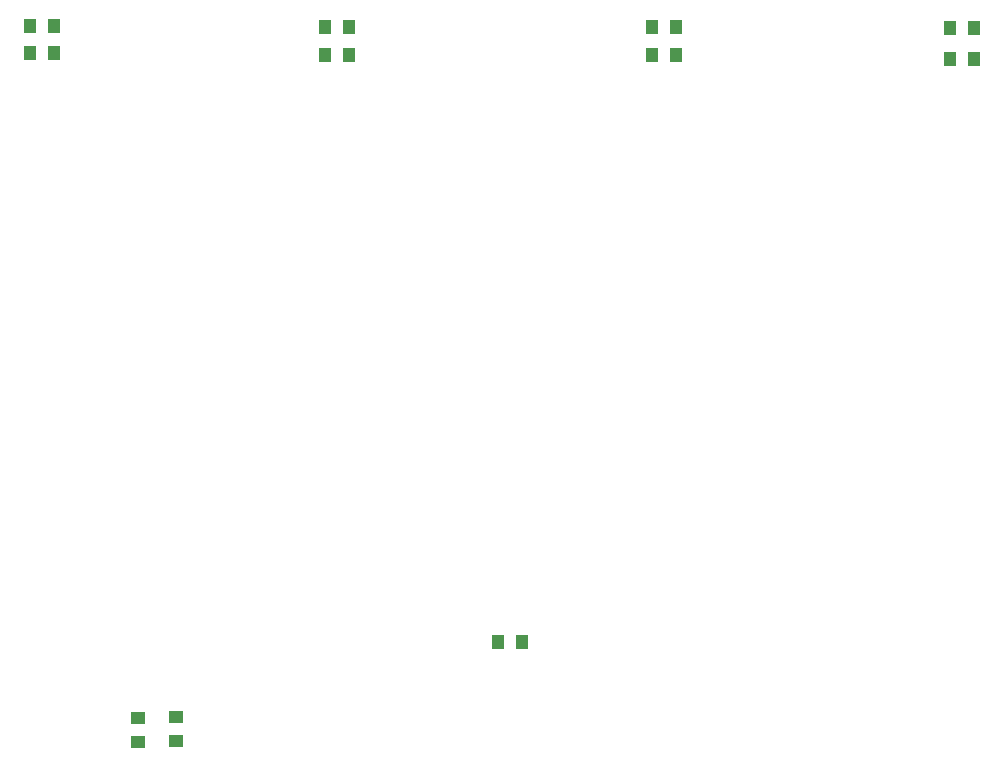
<source format=gbp>
G04 Layer_Color=128*
%FSLAX24Y24*%
%MOIN*%
G70*
G01*
G75*
%ADD14R,0.0400X0.0500*%
%ADD15R,0.0500X0.0400*%
G54D14*
X-31391Y32795D02*
D03*
X-30591D02*
D03*
X-24843Y13228D02*
D03*
X-25643D02*
D03*
X-41220Y33780D02*
D03*
X-40420D02*
D03*
X-41233Y32874D02*
D03*
X-40433D02*
D03*
X-31391Y33740D02*
D03*
X-30591D02*
D03*
X-20512D02*
D03*
X-19712D02*
D03*
X-20485Y32795D02*
D03*
X-19685D02*
D03*
X-10551Y33701D02*
D03*
X-9751D02*
D03*
X-10564Y32677D02*
D03*
X-9764D02*
D03*
G54D15*
X-36378Y10721D02*
D03*
Y9921D02*
D03*
X-37638Y10709D02*
D03*
Y9909D02*
D03*
M02*

</source>
